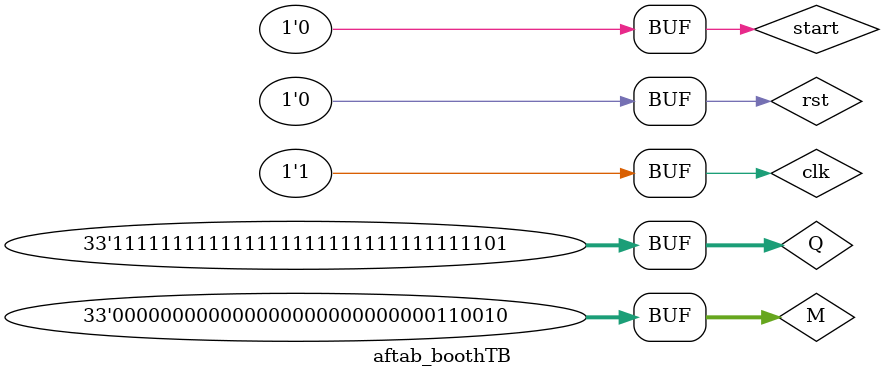
<source format=v>
`timescale 1ns/1ns

module aftab_boothTB();
    reg [32:0] M;
    reg [32:0] Q;
    reg clk;
    reg rst;
    reg start;
    wire done;
    wire [65:0] P;

    aftab_booth #(33) CUT (
        .M(M),
        .Q(Q),
        .clk(clk),
        .rst(rst),
        .start(start),
        .done(done),
        .P(P)
    );

    initial repeat(300) #10 clk = ~clk;

    initial begin
    clk = 1;
    start = 0;
    rst = 1;
    #15;
    rst = 0;
    M = 33'd50;
    Q = -33'd3;
    #15;
    start = 1;
    #40;
    start = 0;
    end

endmodule
</source>
